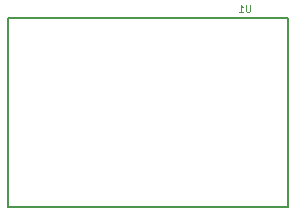
<source format=gbr>
G04 #@! TF.FileFunction,Legend,Bot*
%FSLAX46Y46*%
G04 Gerber Fmt 4.6, Leading zero omitted, Abs format (unit mm)*
G04 Created by KiCad (PCBNEW 4.0.7) date 03/21/18 19:19:58*
%MOMM*%
%LPD*%
G01*
G04 APERTURE LIST*
%ADD10C,0.100000*%
%ADD11C,0.150000*%
%ADD12C,0.101600*%
G04 APERTURE END LIST*
D10*
D11*
X142210000Y-98650000D02*
X142210000Y-82650000D01*
X118510000Y-98650000D02*
X142210000Y-98650000D01*
X118510000Y-82650000D02*
X118510000Y-98650000D01*
X142210000Y-82650000D02*
X118510000Y-82650000D01*
D12*
X139001105Y-81552081D02*
X139001105Y-82025005D01*
X138973286Y-82080643D01*
X138945467Y-82108462D01*
X138889829Y-82136281D01*
X138778552Y-82136281D01*
X138722914Y-82108462D01*
X138695095Y-82080643D01*
X138667276Y-82025005D01*
X138667276Y-81552081D01*
X138083076Y-82136281D02*
X138416905Y-82136281D01*
X138249991Y-82136281D02*
X138249991Y-81552081D01*
X138305629Y-81635538D01*
X138361267Y-81691176D01*
X138416905Y-81718995D01*
M02*

</source>
